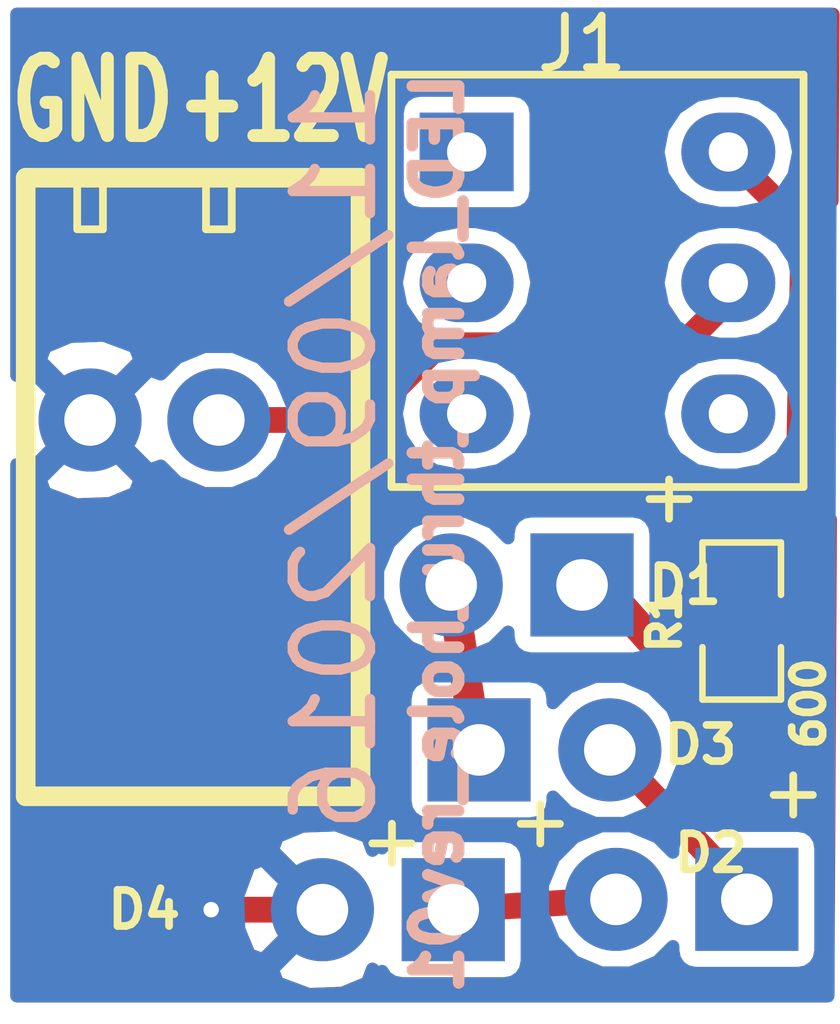
<source format=kicad_pcb>
(kicad_pcb (version 4) (host pcbnew 4.0.4+e1-6308~48~ubuntu16.04.1-stable)

  (general
    (links 7)
    (no_connects 0)
    (area 24.2 18.045 40.735 38.005001)
    (thickness 1.6)
    (drawings 4)
    (tracks 21)
    (zones 0)
    (modules 7)
    (nets 8)
  )

  (page A)
  (layers
    (0 F.Cu signal)
    (31 B.Cu signal)
    (32 B.Adhes user)
    (33 F.Adhes user)
    (34 B.Paste user)
    (35 F.Paste user)
    (36 B.SilkS user)
    (37 F.SilkS user)
    (38 B.Mask user)
    (39 F.Mask user)
    (40 Dwgs.User user)
    (41 Cmts.User user)
    (42 Eco1.User user)
    (43 Eco2.User user)
    (44 Edge.Cuts user)
  )

  (setup
    (last_trace_width 0.25)
    (user_trace_width 0.1)
    (user_trace_width 0.2)
    (user_trace_width 0.25)
    (user_trace_width 0.3)
    (user_trace_width 0.35)
    (user_trace_width 0.4)
    (user_trace_width 0.5)
    (user_trace_width 0.6)
    (trace_clearance 0.08)
    (zone_clearance 0.4)
    (zone_45_only no)
    (trace_min 0.1)
    (segment_width 0.2)
    (edge_width 0.1)
    (via_size 0.6)
    (via_drill 0.3)
    (via_min_size 0.6)
    (via_min_drill 0.3)
    (uvia_size 0.4)
    (uvia_drill 0.127)
    (uvias_allowed no)
    (uvia_min_size 0.4)
    (uvia_min_drill 0.127)
    (pcb_text_width 0.3)
    (pcb_text_size 1.5 1.5)
    (mod_edge_width 0.15)
    (mod_text_size 1 1)
    (mod_text_width 0.15)
    (pad_size 0.6 1.35)
    (pad_drill 0)
    (pad_to_mask_clearance 0)
    (pad_to_paste_clearance_ratio -0.1)
    (aux_axis_origin 0 0)
    (visible_elements 7FFFFFFF)
    (pcbplotparams
      (layerselection 0x010fc_80000001)
      (usegerberextensions true)
      (excludeedgelayer true)
      (linewidth 0.150000)
      (plotframeref false)
      (viasonmask false)
      (mode 1)
      (useauxorigin false)
      (hpglpennumber 1)
      (hpglpenspeed 20)
      (hpglpendiameter 15)
      (hpglpenoverlay 2)
      (psnegative false)
      (psa4output false)
      (plotreference true)
      (plotvalue true)
      (plotinvisibletext false)
      (padsonsilk false)
      (subtractmaskfromsilk false)
      (outputformat 1)
      (mirror false)
      (drillshape 0)
      (scaleselection 1)
      (outputdirectory ""))
  )

  (net 0 "")
  (net 1 GND)
  (net 2 "Net-(D1-Pad2)")
  (net 3 "Net-(D1-Pad1)")
  (net 4 "Net-(J1-Pad2)")
  (net 5 12V)
  (net 6 "Net-(D2-Pad2)")
  (net 7 "Net-(D3-Pad2)")

  (net_class Default "This is the default net class."
    (clearance 0.08)
    (trace_width 0.25)
    (via_dia 0.6)
    (via_drill 0.3)
    (uvia_dia 0.4)
    (uvia_drill 0.127)
    (add_net 12V)
    (add_net GND)
    (add_net "Net-(D1-Pad1)")
    (add_net "Net-(D1-Pad2)")
    (add_net "Net-(D2-Pad2)")
    (add_net "Net-(D3-Pad2)")
    (add_net "Net-(J1-Pad2)")
  )

  (module ted_connectors:TED_TERMINAL_SPRING_2.54MM_2PIN_1989748 (layer F.Cu) (tedit 5823BB01) (tstamp 567F443A)
    (at 27 27.5 180)
    (path /555CF06F)
    (fp_text reference J3 (at 1 -8.4 180) (layer F.SilkS) hide
      (effects (font (thickness 0.3048)))
    )
    (fp_text value TERMINAL_2X1 (at -5 8.5 180) (layer F.SilkS) hide
      (effects (font (size 1.016 1.016) (thickness 0.254)))
    )
    (fp_line (start 1 6) (end 1 5) (layer F.SilkS) (width 0.15))
    (fp_line (start 1.5 5) (end 1.5 6) (layer F.SilkS) (width 0.15))
    (fp_line (start 1 5) (end 1.5 5) (layer F.SilkS) (width 0.15))
    (fp_line (start -1.5 5) (end -1 5) (layer F.SilkS) (width 0.15))
    (fp_line (start -1 5) (end -1 6) (layer F.SilkS) (width 0.15))
    (fp_line (start -1.5 6) (end -1.5 5) (layer F.SilkS) (width 0.15))
    (fp_line (start -4 -6) (end -4 6) (layer F.SilkS) (width 0.381))
    (fp_line (start -4 6) (end 2.5 6) (layer F.SilkS) (width 0.381))
    (fp_line (start 2.5 6) (end 2.5 -6) (layer F.SilkS) (width 0.381))
    (fp_line (start 2.5 -6) (end -4 -6) (layer F.SilkS) (width 0.381))
    (pad 2 thru_hole circle (at 1.25 1.3 180) (size 2 2) (drill 1) (layers *.Cu *.Mask)
      (net 1 GND))
    (pad 1 thru_hole circle (at -1.25 1.3 180) (size 2 2) (drill 1) (layers *.Cu *.Mask)
      (net 5 12V))
  )

  (module ted_led:TED_LED-3MM (layer F.Cu) (tedit 58201D88) (tstamp 58201BE2)
    (at 33.3 32.6)
    (tags "LED  3mm round vertical")
    (path /58202751)
    (fp_text reference D2 (at 4.5 2) (layer F.SilkS)
      (effects (font (size 0.7 0.7) (thickness 0.15)))
    )
    (fp_text value LED (at 1.25 -2) (layer F.Fab)
      (effects (font (size 0.7 0.7) (thickness 0.15)))
    )
    (fp_line (start -1.2 2.3) (end 3.8 2.3) (layer F.CrtYd) (width 0.05))
    (fp_line (start 3.8 2.3) (end 3.8 -2.2) (layer F.CrtYd) (width 0.05))
    (fp_line (start 3.8 -2.2) (end -1.2 -2.2) (layer F.CrtYd) (width 0.05))
    (fp_line (start -1.2 -2.2) (end -1.2 2.3) (layer F.CrtYd) (width 0.05))
    (fp_text user + (at -1.69 1.74) (layer F.SilkS)
      (effects (font (size 1 1) (thickness 0.15)))
    )
    (pad 1 thru_hole rect (at 0 0 90) (size 2 2) (drill 1.00076) (layers *.Cu *.Mask)
      (net 2 "Net-(D1-Pad2)"))
    (pad 2 thru_hole circle (at 2.54 0) (size 2 2) (drill 1.00076) (layers *.Cu *.Mask)
      (net 6 "Net-(D2-Pad2)"))
    (model LEDs.3dshapes/LED-3MM.wrl
      (at (xyz 0.05 0 0))
      (scale (xyz 1 1 1))
      (rotate (xyz 0 0 90))
    )
  )

  (module ted_led:TED_LED-3MM (layer F.Cu) (tedit 5823BB06) (tstamp 58201BE8)
    (at 38.5 35.5 180)
    (tags "LED  3mm round vertical")
    (path /5820287C)
    (fp_text reference D3 (at 0.9 3 180) (layer F.SilkS)
      (effects (font (size 0.7 0.7) (thickness 0.15)))
    )
    (fp_text value LED (at -0.5 2.2 180) (layer F.Fab)
      (effects (font (size 0.7 0.7) (thickness 0.15)))
    )
    (fp_line (start -1.2 2.3) (end 3.8 2.3) (layer F.CrtYd) (width 0.05))
    (fp_line (start 3.8 2.3) (end 3.8 -2.2) (layer F.CrtYd) (width 0.05))
    (fp_line (start 3.8 -2.2) (end -1.2 -2.2) (layer F.CrtYd) (width 0.05))
    (fp_line (start -1.2 -2.2) (end -1.2 2.3) (layer F.CrtYd) (width 0.05))
    (fp_text user + (at -0.9 2.1 180) (layer F.SilkS)
      (effects (font (size 1 1) (thickness 0.15)))
    )
    (pad 1 thru_hole rect (at 0 0 270) (size 2 2) (drill 1.00076) (layers *.Cu *.Mask)
      (net 6 "Net-(D2-Pad2)"))
    (pad 2 thru_hole circle (at 2.54 0 180) (size 2 2) (drill 1.00076) (layers *.Cu *.Mask)
      (net 7 "Net-(D3-Pad2)"))
    (model LEDs.3dshapes/LED-3MM.wrl
      (at (xyz 0.05 0 0))
      (scale (xyz 1 1 1))
      (rotate (xyz 0 0 90))
    )
  )

  (module ted_led:TED_LED-3MM (layer F.Cu) (tedit 5823BA84) (tstamp 58201BEE)
    (at 32.8 35.7 180)
    (tags "LED  3mm round vertical")
    (path /58202882)
    (fp_text reference D4 (at 6 0 180) (layer F.SilkS)
      (effects (font (size 0.7 0.7) (thickness 0.15)))
    )
    (fp_text value LED (at 5.8 1.1 180) (layer F.Fab)
      (effects (font (size 0.7 0.7) (thickness 0.15)))
    )
    (fp_line (start -1.2 2.3) (end 3.8 2.3) (layer F.CrtYd) (width 0.05))
    (fp_line (start 3.8 2.3) (end 3.8 -2.2) (layer F.CrtYd) (width 0.05))
    (fp_line (start 3.8 -2.2) (end -1.2 -2.2) (layer F.CrtYd) (width 0.05))
    (fp_line (start -1.2 -2.2) (end -1.2 2.3) (layer F.CrtYd) (width 0.05))
    (fp_text user + (at -1.69 1.74 180) (layer F.SilkS)
      (effects (font (size 1 1) (thickness 0.15)))
    )
    (pad 1 thru_hole rect (at 0 0 270) (size 2 2) (drill 1.00076) (layers *.Cu *.Mask)
      (net 7 "Net-(D3-Pad2)"))
    (pad 2 thru_hole circle (at 2.54 0 180) (size 2 2) (drill 1.00076) (layers *.Cu *.Mask)
      (net 1 GND))
    (model LEDs.3dshapes/LED-3MM.wrl
      (at (xyz 0.05 0 0))
      (scale (xyz 1 1 1))
      (rotate (xyz 0 0 90))
    )
  )

  (module ted_switches:TED_SWITCHx3 (layer F.Cu) (tedit 5823BA97) (tstamp 58201BFC)
    (at 35.6 23.5 270)
    (path /58202142)
    (fp_text reference J1 (at -4.6 0.3 360) (layer F.SilkS)
      (effects (font (size 1 1) (thickness 0.15)))
    )
    (fp_text value DPDT_Switch (at -0.2 5.3 270) (layer F.Fab)
      (effects (font (size 1 1) (thickness 0.15)))
    )
    (fp_line (start -4 4) (end -4 -4) (layer F.SilkS) (width 0.15))
    (fp_line (start -4 -4) (end 4 -4) (layer F.SilkS) (width 0.15))
    (fp_line (start 4 -4) (end 4 4) (layer F.SilkS) (width 0.15))
    (fp_line (start 4 4) (end -4 4) (layer F.SilkS) (width 0.15))
    (pad 1 thru_hole rect (at -2.5 2.54 270) (size 1.524 1.824) (drill 0.762) (layers *.Cu *.Mask))
    (pad 2 thru_hole oval (at -2.5 -2.54 270) (size 1.524 1.824) (drill 0.762) (layers *.Cu *.Mask)
      (net 4 "Net-(J1-Pad2)"))
    (pad 3 thru_hole oval (at 0.04 2.54 270) (size 1.524 1.824) (drill 0.762) (layers *.Cu *.Mask))
    (pad 4 thru_hole oval (at 0.04 -2.54 270) (size 1.524 1.824) (drill 0.762) (layers *.Cu *.Mask)
      (net 5 12V))
    (pad 5 thru_hole oval (at 2.58 2.54 270) (size 1.524 1.824) (drill 0.762) (layers *.Cu *.Mask))
    (pad 6 thru_hole oval (at 2.58 -2.54 270) (size 1.524 1.824) (drill 0.762) (layers *.Cu *.Mask))
    (model Buttons_Switches_ThroughHole.3dshapes/SW_DIP_x3_Slide.wrl
      (at (xyz 0 0 0))
      (scale (xyz 1 1 1))
      (rotate (xyz 0 0 0))
    )
  )

  (module ted_led:TED_LED-3MM (layer F.Cu) (tedit 58201D8A) (tstamp 58201C1B)
    (at 35.3 29.4 180)
    (tags "LED  3mm round vertical")
    (path /582020B5)
    (fp_text reference D1 (at -2 0 180) (layer F.SilkS)
      (effects (font (size 0.7 0.7) (thickness 0.15)))
    )
    (fp_text value LED (at 1.25 -2.25 180) (layer F.Fab)
      (effects (font (size 0.7 0.7) (thickness 0.15)))
    )
    (fp_line (start -1.2 2.3) (end 3.8 2.3) (layer F.CrtYd) (width 0.05))
    (fp_line (start 3.8 2.3) (end 3.8 -2.2) (layer F.CrtYd) (width 0.05))
    (fp_line (start 3.8 -2.2) (end -1.2 -2.2) (layer F.CrtYd) (width 0.05))
    (fp_line (start -1.2 -2.2) (end -1.2 2.3) (layer F.CrtYd) (width 0.05))
    (fp_text user + (at -1.69 1.74 180) (layer F.SilkS)
      (effects (font (size 1 1) (thickness 0.15)))
    )
    (pad 1 thru_hole rect (at 0 0 270) (size 2 2) (drill 1.00076) (layers *.Cu *.Mask)
      (net 3 "Net-(D1-Pad1)"))
    (pad 2 thru_hole circle (at 2.54 0 180) (size 2 2) (drill 1.00076) (layers *.Cu *.Mask)
      (net 2 "Net-(D1-Pad2)"))
    (model LEDs.3dshapes/LED-3MM.wrl
      (at (xyz 0.05 0 0))
      (scale (xyz 1 1 1))
      (rotate (xyz 0 0 90))
    )
  )

  (module ted_resistors:TED_SM0805_R (layer F.Cu) (tedit 58562AEB) (tstamp 58201C20)
    (at 38.4 30.1 90)
    (path /58201FF1)
    (attr smd)
    (fp_text reference R1 (at 0 -1.5 90) (layer F.SilkS)
      (effects (font (size 0.6 0.6) (thickness 0.15)))
    )
    (fp_text value 600 (at -1.6 1.3 90) (layer F.SilkS)
      (effects (font (size 0.6 0.6) (thickness 0.15)))
    )
    (fp_line (start -0.508 0.762) (end -1.524 0.762) (layer F.SilkS) (width 0.127))
    (fp_line (start -1.524 0.762) (end -1.524 -0.762) (layer F.SilkS) (width 0.127))
    (fp_line (start -1.524 -0.762) (end -0.508 -0.762) (layer F.SilkS) (width 0.127))
    (fp_line (start 0.508 -0.762) (end 1.524 -0.762) (layer F.SilkS) (width 0.127))
    (fp_line (start 1.524 -0.762) (end 1.524 0.762) (layer F.SilkS) (width 0.127))
    (fp_line (start 1.524 0.762) (end 0.508 0.762) (layer F.SilkS) (width 0.127))
    (pad 1 smd rect (at -0.9525 0 90) (size 0.889 1.397) (layers F.Cu F.Paste F.Mask)
      (net 3 "Net-(D1-Pad1)"))
    (pad 2 smd rect (at 0.9525 0 90) (size 0.889 1.397) (layers F.Cu F.Paste F.Mask)
      (net 4 "Net-(J1-Pad2)"))
    (model smd/chip_cms.wrl
      (at (xyz 0 0 0))
      (scale (xyz 0.1 0.1 0.1))
      (rotate (xyz 0 0 0))
    )
  )

  (gr_text 11/09/2016 (at 30.5 26.9 90) (layer B.SilkS)
    (effects (font (size 1.5 1.5) (thickness 0.2)) (justify mirror))
  )
  (gr_text GND (at 25.8 20) (layer F.SilkS)
    (effects (font (size 1.5 1) (thickness 0.25)))
  )
  (gr_text +12V (at 29.5 20) (layer F.SilkS)
    (effects (font (size 1.5 1) (thickness 0.25)))
  )
  (gr_text LED_lamp_thru_hole_rev01 (at 32.5 28.4 90) (layer B.SilkS)
    (effects (font (size 0.9 0.9) (thickness 0.225)) (justify mirror))
  )

  (segment (start 30.26 35.7) (end 28.1 35.7) (width 0.5) (layer F.Cu) (net 1) (status 10))
  (via (at 28.1 35.7) (size 0.6) (drill 0.3) (layers F.Cu B.Cu) (net 1))
  (segment (start 32.76 29.4) (end 33.26 32.56) (width 0.6) (layer F.Cu) (net 2) (status 10))
  (segment (start 33.26 32.56) (end 33.3 32.6) (width 0.6) (layer F.Cu) (net 2) (tstamp 5823BB53) (status 30))
  (segment (start 38.4 31.0525) (end 37.2 31.1) (width 0.6) (layer F.Cu) (net 3) (status 10))
  (segment (start 37.2 31.1) (end 35.5 29.2) (width 0.6) (layer F.Cu) (net 3) (tstamp 5823BB9B) (status 10))
  (segment (start 35.5 29.2) (end 35.3 29.4) (width 0.6) (layer F.Cu) (net 3) (tstamp 5823BA56) (status 30))
  (segment (start 38.14 21) (end 38.14 21.04) (width 0.5) (layer F.Cu) (net 4) (status 30))
  (segment (start 38.14 21.04) (end 39.6 22.5) (width 0.5) (layer F.Cu) (net 4) (tstamp 58201D52) (status 10))
  (segment (start 39.6 22.5) (end 39.5 27.6) (width 0.5) (layer F.Cu) (net 4) (tstamp 58201D53) (status 20))
  (segment (start 39.5 27.6) (end 38.95 28.9) (width 0.5) (layer F.Cu) (net 4) (tstamp 5823BB94) (status 20))
  (segment (start 38.95 28.9) (end 38 29) (width 0.5) (layer F.Cu) (net 4) (tstamp 58201D57) (status 30))
  (segment (start 38 29) (end 38.4 29.1475) (width 0.5) (layer F.Cu) (net 4) (tstamp 58201D58) (status 30))
  (segment (start 28.25 26.2) (end 31.05 26.2) (width 0.5) (layer F.Cu) (net 5))
  (segment (start 38.46 23.54) (end 38.14 23.54) (width 0.5) (layer F.Cu) (net 5) (tstamp 58201D4F) (status 20))
  (segment (start 37.25 24.75) (end 38.46 23.54) (width 0.5) (layer F.Cu) (net 5) (tstamp 58201D4C))
  (segment (start 32.5 24.75) (end 37.25 24.75) (width 0.5) (layer F.Cu) (net 5) (tstamp 58201D49))
  (segment (start 31.05 26.2) (end 32.5 24.75) (width 0.5) (layer F.Cu) (net 5) (tstamp 58201D48))
  (segment (start 35.84 32.6) (end 38.54 35.46) (width 0.5) (layer F.Cu) (net 6) (status 10))
  (segment (start 38.54 35.46) (end 38.5 35.5) (width 0.5) (layer F.Cu) (net 6) (tstamp 58201D9A) (status 30))
  (segment (start 35.96 35.5) (end 32.8 35.7) (width 0.5) (layer F.Cu) (net 7) (status 20))

  (zone (net 1) (net_name GND) (layer B.Cu) (tstamp 52786CE0) (hatch edge 0.508)
    (connect_pads thru_hole_only (clearance 0.3))
    (min_thickness 0.254)
    (fill yes (arc_segments 16) (thermal_gap 0.508) (thermal_bridge_width 0.508))
    (polygon
      (pts
        (xy 24.2 18.2) (xy 24.2 37.5) (xy 40.2 37.5) (xy 40.25 18.2)
      )
    )
    (filled_polygon
      (pts
        (xy 40.073328 37.373) (xy 24.327 37.373) (xy 24.327 35.435461) (xy 28.614092 35.435461) (xy 28.638144 36.08546)
        (xy 28.840613 36.574264) (xy 29.107468 36.672927) (xy 30.080395 35.7) (xy 29.107468 34.727073) (xy 28.840613 34.825736)
        (xy 28.614092 35.435461) (xy 24.327 35.435461) (xy 24.327 34.547468) (xy 29.287073 34.547468) (xy 30.26 35.520395)
        (xy 30.274143 35.506253) (xy 30.453748 35.685858) (xy 30.439605 35.7) (xy 30.453748 35.714143) (xy 30.274143 35.893748)
        (xy 30.26 35.879605) (xy 29.287073 36.852532) (xy 29.385736 37.119387) (xy 29.995461 37.345908) (xy 30.64546 37.321856)
        (xy 31.134264 37.119387) (xy 31.232926 36.852534) (xy 31.347206 36.966814) (xy 31.418439 36.895581) (xy 31.487927 37.003567)
        (xy 31.630619 37.101064) (xy 31.8 37.135365) (xy 33.8 37.135365) (xy 33.958237 37.105591) (xy 34.103567 37.012073)
        (xy 34.201064 36.869381) (xy 34.235365 36.7) (xy 34.235365 35.782603) (xy 34.532752 35.782603) (xy 34.749543 36.307275)
        (xy 35.150614 36.709047) (xy 35.674907 36.926752) (xy 36.242603 36.927248) (xy 36.767275 36.710457) (xy 37.064635 36.413616)
        (xy 37.064635 36.5) (xy 37.094409 36.658237) (xy 37.187927 36.803567) (xy 37.330619 36.901064) (xy 37.5 36.935365)
        (xy 39.5 36.935365) (xy 39.658237 36.905591) (xy 39.803567 36.812073) (xy 39.901064 36.669381) (xy 39.935365 36.5)
        (xy 39.935365 34.5) (xy 39.905591 34.341763) (xy 39.812073 34.196433) (xy 39.669381 34.098936) (xy 39.5 34.064635)
        (xy 37.5 34.064635) (xy 37.341763 34.094409) (xy 37.196433 34.187927) (xy 37.098936 34.330619) (xy 37.064635 34.5)
        (xy 37.064635 34.586718) (xy 36.769386 34.290953) (xy 36.245093 34.073248) (xy 35.677397 34.072752) (xy 35.152725 34.289543)
        (xy 34.750953 34.690614) (xy 34.533248 35.214907) (xy 34.532752 35.782603) (xy 34.235365 35.782603) (xy 34.235365 34.7)
        (xy 34.205591 34.541763) (xy 34.112073 34.396433) (xy 33.969381 34.298936) (xy 33.8 34.264635) (xy 31.8 34.264635)
        (xy 31.641763 34.294409) (xy 31.496433 34.387927) (xy 31.417488 34.503468) (xy 31.347206 34.433186) (xy 31.232926 34.547466)
        (xy 31.134264 34.280613) (xy 30.524539 34.054092) (xy 29.87454 34.078144) (xy 29.385736 34.280613) (xy 29.287073 34.547468)
        (xy 24.327 34.547468) (xy 24.327 31.6) (xy 31.864635 31.6) (xy 31.864635 33.6) (xy 31.894409 33.758237)
        (xy 31.987927 33.903567) (xy 32.130619 34.001064) (xy 32.3 34.035365) (xy 34.3 34.035365) (xy 34.458237 34.005591)
        (xy 34.603567 33.912073) (xy 34.701064 33.769381) (xy 34.735365 33.6) (xy 34.735365 33.513282) (xy 35.030614 33.809047)
        (xy 35.554907 34.026752) (xy 36.122603 34.027248) (xy 36.647275 33.810457) (xy 37.049047 33.409386) (xy 37.266752 32.885093)
        (xy 37.267248 32.317397) (xy 37.050457 31.792725) (xy 36.649386 31.390953) (xy 36.125093 31.173248) (xy 35.557397 31.172752)
        (xy 35.032725 31.389543) (xy 34.735365 31.686384) (xy 34.735365 31.6) (xy 34.705591 31.441763) (xy 34.612073 31.296433)
        (xy 34.469381 31.198936) (xy 34.3 31.164635) (xy 32.3 31.164635) (xy 32.141763 31.194409) (xy 31.996433 31.287927)
        (xy 31.898936 31.430619) (xy 31.864635 31.6) (xy 24.327 31.6) (xy 24.327 29.682603) (xy 31.332752 29.682603)
        (xy 31.549543 30.207275) (xy 31.950614 30.609047) (xy 32.474907 30.826752) (xy 33.042603 30.827248) (xy 33.567275 30.610457)
        (xy 33.864635 30.313616) (xy 33.864635 30.4) (xy 33.894409 30.558237) (xy 33.987927 30.703567) (xy 34.130619 30.801064)
        (xy 34.3 30.835365) (xy 36.3 30.835365) (xy 36.458237 30.805591) (xy 36.603567 30.712073) (xy 36.701064 30.569381)
        (xy 36.735365 30.4) (xy 36.735365 28.4) (xy 36.705591 28.241763) (xy 36.612073 28.096433) (xy 36.469381 27.998936)
        (xy 36.3 27.964635) (xy 34.3 27.964635) (xy 34.141763 27.994409) (xy 33.996433 28.087927) (xy 33.898936 28.230619)
        (xy 33.864635 28.4) (xy 33.864635 28.486718) (xy 33.569386 28.190953) (xy 33.045093 27.973248) (xy 32.477397 27.972752)
        (xy 31.952725 28.189543) (xy 31.550953 28.590614) (xy 31.333248 29.114907) (xy 31.332752 29.682603) (xy 24.327 29.682603)
        (xy 24.327 27.352532) (xy 24.777073 27.352532) (xy 24.875736 27.619387) (xy 25.485461 27.845908) (xy 26.13546 27.821856)
        (xy 26.624264 27.619387) (xy 26.722927 27.352532) (xy 25.75 26.379605) (xy 24.777073 27.352532) (xy 24.327 27.352532)
        (xy 24.327 27.065541) (xy 24.330613 27.074264) (xy 24.597468 27.172927) (xy 25.570395 26.2) (xy 25.929605 26.2)
        (xy 26.902532 27.172927) (xy 27.123391 27.09127) (xy 27.440614 27.409047) (xy 27.964907 27.626752) (xy 28.532603 27.627248)
        (xy 29.057275 27.410457) (xy 29.459047 27.009386) (xy 29.676752 26.485093) (xy 29.677105 26.08) (xy 31.694767 26.08)
        (xy 31.785274 26.535011) (xy 32.043017 26.92075) (xy 32.428756 27.178493) (xy 32.883767 27.269) (xy 33.236233 27.269)
        (xy 33.691244 27.178493) (xy 34.076983 26.92075) (xy 34.334726 26.535011) (xy 34.425233 26.08) (xy 36.774767 26.08)
        (xy 36.865274 26.535011) (xy 37.123017 26.92075) (xy 37.508756 27.178493) (xy 37.963767 27.269) (xy 38.316233 27.269)
        (xy 38.771244 27.178493) (xy 39.156983 26.92075) (xy 39.414726 26.535011) (xy 39.505233 26.08) (xy 39.414726 25.624989)
        (xy 39.156983 25.23925) (xy 38.771244 24.981507) (xy 38.316233 24.891) (xy 37.963767 24.891) (xy 37.508756 24.981507)
        (xy 37.123017 25.23925) (xy 36.865274 25.624989) (xy 36.774767 26.08) (xy 34.425233 26.08) (xy 34.334726 25.624989)
        (xy 34.076983 25.23925) (xy 33.691244 24.981507) (xy 33.236233 24.891) (xy 32.883767 24.891) (xy 32.428756 24.981507)
        (xy 32.043017 25.23925) (xy 31.785274 25.624989) (xy 31.694767 26.08) (xy 29.677105 26.08) (xy 29.677248 25.917397)
        (xy 29.460457 25.392725) (xy 29.059386 24.990953) (xy 28.535093 24.773248) (xy 27.967397 24.772752) (xy 27.442725 24.989543)
        (xy 27.123091 25.308619) (xy 26.902532 25.227073) (xy 25.929605 26.2) (xy 25.570395 26.2) (xy 24.597468 25.227073)
        (xy 24.330613 25.325736) (xy 24.327 25.335461) (xy 24.327 25.047468) (xy 24.777073 25.047468) (xy 25.75 26.020395)
        (xy 26.722927 25.047468) (xy 26.624264 24.780613) (xy 26.014539 24.554092) (xy 25.36454 24.578144) (xy 24.875736 24.780613)
        (xy 24.777073 25.047468) (xy 24.327 25.047468) (xy 24.327 23.54) (xy 31.694767 23.54) (xy 31.785274 23.995011)
        (xy 32.043017 24.38075) (xy 32.428756 24.638493) (xy 32.883767 24.729) (xy 33.236233 24.729) (xy 33.691244 24.638493)
        (xy 34.076983 24.38075) (xy 34.334726 23.995011) (xy 34.425233 23.54) (xy 36.774767 23.54) (xy 36.865274 23.995011)
        (xy 37.123017 24.38075) (xy 37.508756 24.638493) (xy 37.963767 24.729) (xy 38.316233 24.729) (xy 38.771244 24.638493)
        (xy 39.156983 24.38075) (xy 39.414726 23.995011) (xy 39.505233 23.54) (xy 39.414726 23.084989) (xy 39.156983 22.69925)
        (xy 38.771244 22.441507) (xy 38.316233 22.351) (xy 37.963767 22.351) (xy 37.508756 22.441507) (xy 37.123017 22.69925)
        (xy 36.865274 23.084989) (xy 36.774767 23.54) (xy 34.425233 23.54) (xy 34.334726 23.084989) (xy 34.076983 22.69925)
        (xy 33.691244 22.441507) (xy 33.236233 22.351) (xy 32.883767 22.351) (xy 32.428756 22.441507) (xy 32.043017 22.69925)
        (xy 31.785274 23.084989) (xy 31.694767 23.54) (xy 24.327 23.54) (xy 24.327 20.238) (xy 31.712635 20.238)
        (xy 31.712635 21.762) (xy 31.742409 21.920237) (xy 31.835927 22.065567) (xy 31.978619 22.163064) (xy 32.148 22.197365)
        (xy 33.972 22.197365) (xy 34.130237 22.167591) (xy 34.275567 22.074073) (xy 34.373064 21.931381) (xy 34.407365 21.762)
        (xy 34.407365 21) (xy 36.774767 21) (xy 36.865274 21.455011) (xy 37.123017 21.84075) (xy 37.508756 22.098493)
        (xy 37.963767 22.189) (xy 38.316233 22.189) (xy 38.771244 22.098493) (xy 39.156983 21.84075) (xy 39.414726 21.455011)
        (xy 39.505233 21) (xy 39.414726 20.544989) (xy 39.156983 20.15925) (xy 38.771244 19.901507) (xy 38.316233 19.811)
        (xy 37.963767 19.811) (xy 37.508756 19.901507) (xy 37.123017 20.15925) (xy 36.865274 20.544989) (xy 36.774767 21)
        (xy 34.407365 21) (xy 34.407365 20.238) (xy 34.377591 20.079763) (xy 34.284073 19.934433) (xy 34.141381 19.836936)
        (xy 33.972 19.802635) (xy 32.148 19.802635) (xy 31.989763 19.832409) (xy 31.844433 19.925927) (xy 31.746936 20.068619)
        (xy 31.712635 20.238) (xy 24.327 20.238) (xy 24.327 18.327) (xy 40.12267 18.327)
      )
    )
  )
  (zone (net 1) (net_name GND) (layer F.Cu) (tstamp 5823BBB5) (hatch edge 0.508)
    (connect_pads (clearance 0.4))
    (min_thickness 0.254)
    (fill yes (arc_segments 16) (thermal_gap 0.508) (thermal_bridge_width 0.508))
    (polygon
      (pts
        (xy 24.2 18.2) (xy 24.2 37.5) (xy 40.2 37.5) (xy 40.3 18.2)
      )
    )
    (filled_polygon
      (pts
        (xy 40.153534 21.956732) (xy 40.149422 21.950578) (xy 39.539443 21.340599) (xy 39.607192 21) (xy 39.509073 20.506721)
        (xy 39.229653 20.088539) (xy 38.811471 19.809119) (xy 38.318192 19.711) (xy 37.961808 19.711) (xy 37.468529 19.809119)
        (xy 37.050347 20.088539) (xy 36.770927 20.506721) (xy 36.672808 21) (xy 36.770927 21.493279) (xy 37.050347 21.911461)
        (xy 37.468529 22.190881) (xy 37.866288 22.27) (xy 37.468529 22.349119) (xy 37.050347 22.628539) (xy 36.770927 23.046721)
        (xy 36.672808 23.54) (xy 36.758937 23.973) (xy 34.441063 23.973) (xy 34.527192 23.54) (xy 34.429073 23.046721)
        (xy 34.149653 22.628539) (xy 33.731471 22.349119) (xy 33.481134 22.299324) (xy 33.972 22.299324) (xy 34.167294 22.262577)
        (xy 34.34666 22.147158) (xy 34.46699 21.971049) (xy 34.509324 21.762) (xy 34.509324 20.238) (xy 34.472577 20.042706)
        (xy 34.357158 19.86334) (xy 34.181049 19.74301) (xy 33.972 19.700676) (xy 32.148 19.700676) (xy 31.952706 19.737423)
        (xy 31.77334 19.852842) (xy 31.65301 20.028951) (xy 31.610676 20.238) (xy 31.610676 21.762) (xy 31.647423 21.957294)
        (xy 31.762842 22.13666) (xy 31.938951 22.25699) (xy 32.148 22.299324) (xy 32.638866 22.299324) (xy 32.388529 22.349119)
        (xy 31.970347 22.628539) (xy 31.690927 23.046721) (xy 31.592808 23.54) (xy 31.690927 24.033279) (xy 31.861939 24.289217)
        (xy 30.728156 25.423) (xy 29.581167 25.423) (xy 29.545283 25.336154) (xy 29.116106 24.906227) (xy 28.555072 24.673265)
        (xy 27.947593 24.672735) (xy 27.386154 24.904717) (xy 27.019801 25.27043) (xy 26.902532 25.227073) (xy 25.929605 26.2)
        (xy 26.902532 27.172927) (xy 27.020185 27.129428) (xy 27.383894 27.493773) (xy 27.944928 27.726735) (xy 28.552407 27.727265)
        (xy 29.113846 27.495283) (xy 29.543773 27.066106) (xy 29.580773 26.977) (xy 31.05 26.977) (xy 31.347345 26.917854)
        (xy 31.599422 26.749422) (xy 31.724828 26.624016) (xy 31.970347 26.991461) (xy 32.388529 27.270881) (xy 32.881808 27.369)
        (xy 33.238192 27.369) (xy 33.731471 27.270881) (xy 34.149653 26.991461) (xy 34.429073 26.573279) (xy 34.527192 26.08)
        (xy 34.429073 25.586721) (xy 34.389169 25.527) (xy 36.810831 25.527) (xy 36.770927 25.586721) (xy 36.672808 26.08)
        (xy 36.770927 26.573279) (xy 37.050347 26.991461) (xy 37.468529 27.270881) (xy 37.961808 27.369) (xy 38.318192 27.369)
        (xy 38.728982 27.287289) (xy 38.726084 27.435108) (xy 38.416997 28.165676) (xy 37.7015 28.165676) (xy 37.506206 28.202423)
        (xy 37.32684 28.317842) (xy 37.20651 28.493951) (xy 37.164176 28.703) (xy 37.164176 29.592) (xy 37.200923 29.787294)
        (xy 37.316342 29.96666) (xy 37.492451 30.08699) (xy 37.551378 30.098923) (xy 37.506206 30.107423) (xy 37.452521 30.141968)
        (xy 36.837324 29.454395) (xy 36.837324 28.4) (xy 36.800577 28.204706) (xy 36.685158 28.02534) (xy 36.509049 27.90501)
        (xy 36.3 27.862676) (xy 34.3 27.862676) (xy 34.104706 27.899423) (xy 33.92534 28.014842) (xy 33.80501 28.190951)
        (xy 33.789102 28.269508) (xy 33.626106 28.106227) (xy 33.065072 27.873265) (xy 32.457593 27.872735) (xy 31.896154 28.104717)
        (xy 31.466227 28.533894) (xy 31.233265 29.094928) (xy 31.232735 29.702407) (xy 31.464717 30.263846) (xy 31.893894 30.693773)
        (xy 32.143845 30.797562) (xy 32.189095 31.083544) (xy 32.104706 31.099423) (xy 31.92534 31.214842) (xy 31.80501 31.390951)
        (xy 31.762676 31.6) (xy 31.762676 33.6) (xy 31.799423 33.795294) (xy 31.914842 33.97466) (xy 32.090951 34.09499)
        (xy 32.3 34.137324) (xy 34.3 34.137324) (xy 34.495294 34.100577) (xy 34.67466 33.985158) (xy 34.79499 33.809049)
        (xy 34.810898 33.730492) (xy 34.973894 33.893773) (xy 35.410215 34.07495) (xy 35.096154 34.204717) (xy 34.666227 34.633894)
        (xy 34.593972 34.807903) (xy 34.337324 34.824147) (xy 34.337324 34.7) (xy 34.300577 34.504706) (xy 34.185158 34.32534)
        (xy 34.009049 34.20501) (xy 33.8 34.162676) (xy 31.8 34.162676) (xy 31.604706 34.199423) (xy 31.42534 34.314842)
        (xy 31.338596 34.441796) (xy 31.232926 34.547466) (xy 31.134264 34.280613) (xy 30.524539 34.054092) (xy 29.87454 34.078144)
        (xy 29.385736 34.280613) (xy 29.287073 34.547468) (xy 30.26 35.520395) (xy 30.274143 35.506253) (xy 30.453748 35.685858)
        (xy 30.439605 35.7) (xy 30.453748 35.714143) (xy 30.274143 35.893748) (xy 30.26 35.879605) (xy 29.287073 36.852532)
        (xy 29.385736 37.119387) (xy 29.995461 37.345908) (xy 30.64546 37.321856) (xy 31.134264 37.119387) (xy 31.232926 36.852534)
        (xy 31.342266 36.961874) (xy 31.414842 37.07466) (xy 31.590951 37.19499) (xy 31.8 37.237324) (xy 33.8 37.237324)
        (xy 33.995294 37.200577) (xy 34.17466 37.085158) (xy 34.29499 36.909049) (xy 34.337324 36.7) (xy 34.337324 36.381255)
        (xy 34.663383 36.360619) (xy 34.664717 36.363846) (xy 35.093894 36.793773) (xy 35.654928 37.026735) (xy 36.262407 37.027265)
        (xy 36.823846 36.795283) (xy 36.987498 36.631917) (xy 36.999423 36.695294) (xy 37.114842 36.87466) (xy 37.290951 36.99499)
        (xy 37.5 37.037324) (xy 39.5 37.037324) (xy 39.695294 37.000577) (xy 39.87466 36.885158) (xy 39.99499 36.709049)
        (xy 40.037324 36.5) (xy 40.037324 34.5) (xy 40.000577 34.304706) (xy 39.885158 34.12534) (xy 39.709049 34.00501)
        (xy 39.5 33.962676) (xy 38.194992 33.962676) (xy 37.314748 33.03027) (xy 37.366735 32.905072) (xy 37.367265 32.297593)
        (xy 37.212555 31.923167) (xy 37.23271 31.926353) (xy 37.387425 31.920229) (xy 37.492451 31.99199) (xy 37.7015 32.034324)
        (xy 39.0985 32.034324) (xy 39.293794 31.997577) (xy 39.47316 31.882158) (xy 39.59349 31.706049) (xy 39.635824 31.497)
        (xy 39.635824 30.608) (xy 39.599077 30.412706) (xy 39.483658 30.23334) (xy 39.307549 30.11301) (xy 39.248622 30.101077)
        (xy 39.293794 30.092577) (xy 39.47316 29.977158) (xy 39.59349 29.801049) (xy 39.635824 29.592) (xy 39.635824 29.246582)
        (xy 39.665592 29.20275) (xy 40.121574 28.124973) (xy 40.073657 37.373) (xy 24.327 37.373) (xy 24.327 35.435461)
        (xy 28.614092 35.435461) (xy 28.638144 36.08546) (xy 28.840613 36.574264) (xy 29.107468 36.672927) (xy 30.080395 35.7)
        (xy 29.107468 34.727073) (xy 28.840613 34.825736) (xy 28.614092 35.435461) (xy 24.327 35.435461) (xy 24.327 27.352532)
        (xy 24.777073 27.352532) (xy 24.875736 27.619387) (xy 25.485461 27.845908) (xy 26.13546 27.821856) (xy 26.624264 27.619387)
        (xy 26.722927 27.352532) (xy 25.75 26.379605) (xy 24.777073 27.352532) (xy 24.327 27.352532) (xy 24.327 27.065541)
        (xy 24.330613 27.074264) (xy 24.597468 27.172927) (xy 25.570395 26.2) (xy 24.597468 25.227073) (xy 24.330613 25.325736)
        (xy 24.327 25.335461) (xy 24.327 25.047468) (xy 24.777073 25.047468) (xy 25.75 26.020395) (xy 26.722927 25.047468)
        (xy 26.624264 24.780613) (xy 26.014539 24.554092) (xy 25.36454 24.578144) (xy 24.875736 24.780613) (xy 24.777073 25.047468)
        (xy 24.327 25.047468) (xy 24.327 18.327) (xy 40.172341 18.327)
      )
    )
  )
)

</source>
